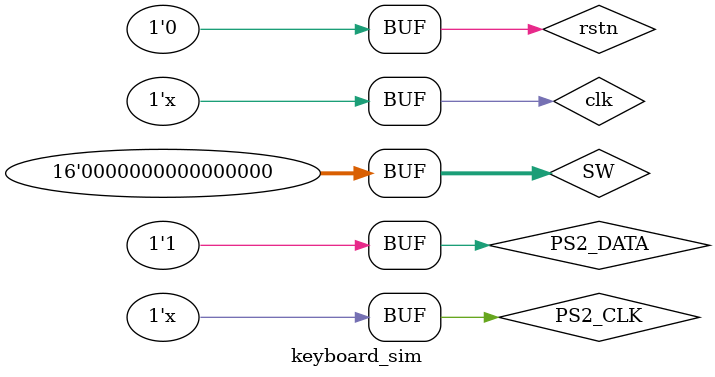
<source format=v>
`timescale 1ns / 1ps

module keyboard_sim;

	// Inputs
	reg clk;
	reg rstn;
	reg [15:0] SW;
	reg PS2_CLK;
	reg PS2_DATA;

	// Outputs
	wire hs;
	wire vs;
	wire [3:0] r;
	wire [3:0] g;
	wire [3:0] b;
	wire SEGLED_CLK;
	wire SEGLED_CLR;
	wire SEGLED_DO;
	wire SEGLED_PEN;
	wire LED_CLK;
	wire LED_CLR;
	wire LED_DO;
	wire LED_PEN;
	wire buzzer;
	wire [11:0] color;

	// Bidirs
	wire [4:0] BTN_X;
	wire [3:0] BTN_Y;

	// Instantiate the Unit Under Test (UUT)
	Top uut (
		.clk(clk), 
		.rstn(rstn), 
		.SW(SW), 
		.PS2_CLK(PS2_CLK), 
		.PS2_DATA(PS2_DATA), 
		.hs(hs), 
		.vs(vs), 
		.r(r), 
		.g(g), 
		.b(b), 
		.SEGLED_CLK(SEGLED_CLK), 
		.SEGLED_CLR(SEGLED_CLR), 
		.SEGLED_DO(SEGLED_DO), 
		.SEGLED_PEN(SEGLED_PEN), 
		.LED_CLK(LED_CLK), 
		.LED_CLR(LED_CLR), 
		.LED_DO(LED_DO), 
		.LED_PEN(LED_PEN), 
		.BTN_X(BTN_X), 
		.BTN_Y(BTN_Y), 
		.buzzer(buzzer)
	);

	initial begin
		// Initialize Inputs
		clk = 0;
		rstn = 0;
		SW = 0;
		PS2_CLK = 0;
		PS2_DATA = 0;

		#200;
		PS2_DATA = 10'b0010001110;
		
		#200;
		PS2_DATA = 8'h1C;
		
		#200;
		PS2_DATA = 8'h1D;
		
		#200;
		PS2_DATA = 8'h1B;

	end
	
	always @* begin
		#50;
		clk = ~clk;
	end
		
	always @* begin
		#100;
		PS2_CLK = ~PS2_CLK;
	end
      
endmodule


</source>
